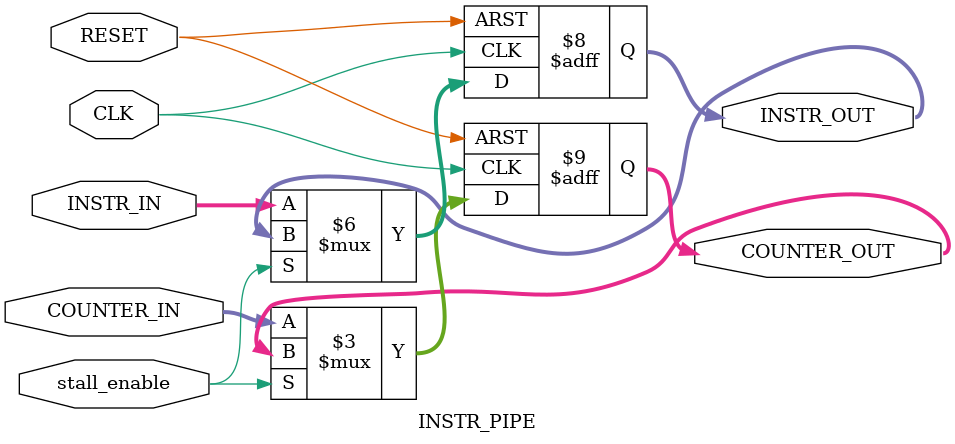
<source format=v>
`timescale 1ns / 1ps

    /*
    Luke Zambella
    ELC463 Computer Engineering II
    Pipeline for IF/ID stage
    */
module INSTR_PIPE(
    input CLK,
    input RESET,
    input [31:0] INSTR_IN,
    input [31:0] COUNTER_IN,
    input stall_enable,

    output reg [31:0] INSTR_OUT,
    output reg [31:0] COUNTER_OUT
);
    always @ (posedge CLK or posedge RESET) begin
        if (RESET) begin
            INSTR_OUT <= 0;
            COUNTER_OUT <= 0;
        end
        else begin
            // Unless there is a stall, operate normally
            if (stall_enable) begin
                $display("Time: %d stall operation", $time);
            end else begin
                // Pass each input
                INSTR_OUT <= INSTR_IN;
                COUNTER_OUT <= COUNTER_IN;
            end
        end
    end 
endmodule
</source>
